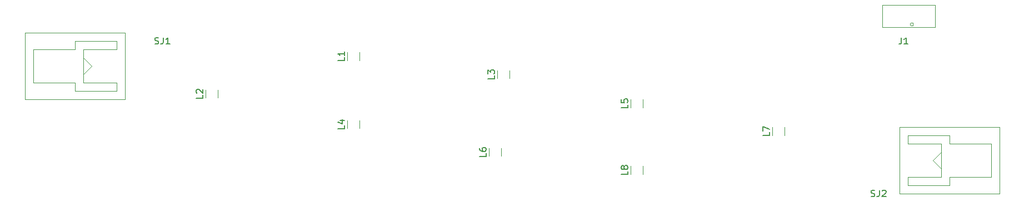
<source format=gbr>
G04 #@! TF.GenerationSoftware,KiCad,Pcbnew,5.1.2-f72e74a~84~ubuntu18.04.1*
G04 #@! TF.CreationDate,2019-07-26T13:12:55+02:00*
G04 #@! TF.ProjectId,filtre_calcule,66696c74-7265-45f6-9361-6c63756c652e,rev?*
G04 #@! TF.SameCoordinates,Original*
G04 #@! TF.FileFunction,Legend,Top*
G04 #@! TF.FilePolarity,Positive*
%FSLAX46Y46*%
G04 Gerber Fmt 4.6, Leading zero omitted, Abs format (unit mm)*
G04 Created by KiCad (PCBNEW 5.1.2-f72e74a~84~ubuntu18.04.1) date 2019-07-26 13:12:55*
%MOMM*%
%LPD*%
G04 APERTURE LIST*
%ADD10C,0.120000*%
%ADD11C,0.150000*%
G04 APERTURE END LIST*
D10*
X186305000Y-74295000D02*
G75*
G03X186305000Y-74295000I-250000J0D01*
G01*
X189625000Y-74725000D02*
X181525000Y-74725000D01*
X181525000Y-71325000D02*
X189625000Y-71325000D01*
X189625000Y-74725000D02*
X189625000Y-71325000D01*
X181525000Y-74725000D02*
X181525000Y-71325000D01*
X190500000Y-96310000D02*
X189230000Y-95040000D01*
X190500000Y-93770000D02*
X189230000Y-95040000D01*
X184150000Y-100120000D02*
X199390000Y-100120000D01*
X199390000Y-89960000D02*
X184150000Y-89960000D01*
X185420000Y-97580000D02*
X185420000Y-98850000D01*
X190500000Y-97580000D02*
X185420000Y-97580000D01*
X190500000Y-92500000D02*
X190500000Y-97580000D01*
X185420000Y-92500000D02*
X190500000Y-92500000D01*
X185420000Y-91230000D02*
X185420000Y-92500000D01*
X198120000Y-92500000D02*
X198120000Y-97580000D01*
X191770000Y-92500000D02*
X198120000Y-92500000D01*
X191770000Y-91230000D02*
X191770000Y-92500000D01*
X191770000Y-97580000D02*
X198120000Y-97580000D01*
X191770000Y-98850000D02*
X191770000Y-97580000D01*
X199390000Y-100120000D02*
X199390000Y-89960000D01*
X184150000Y-89960000D02*
X184150000Y-100120000D01*
X191770000Y-98850000D02*
X185420000Y-98850000D01*
X185420000Y-91230000D02*
X191770000Y-91230000D01*
X59770000Y-79375000D02*
X61040000Y-80645000D01*
X59770000Y-81915000D02*
X61040000Y-80645000D01*
X66120000Y-75565000D02*
X50880000Y-75565000D01*
X50880000Y-85725000D02*
X66120000Y-85725000D01*
X64850000Y-78105000D02*
X64850000Y-76835000D01*
X59770000Y-78105000D02*
X64850000Y-78105000D01*
X59770000Y-83185000D02*
X59770000Y-78105000D01*
X64850000Y-83185000D02*
X59770000Y-83185000D01*
X64850000Y-84455000D02*
X64850000Y-83185000D01*
X52150000Y-83185000D02*
X52150000Y-78105000D01*
X58500000Y-83185000D02*
X52150000Y-83185000D01*
X58500000Y-84455000D02*
X58500000Y-83185000D01*
X58500000Y-78105000D02*
X52150000Y-78105000D01*
X58500000Y-76835000D02*
X58500000Y-78105000D01*
X50880000Y-75565000D02*
X50880000Y-85725000D01*
X66120000Y-85725000D02*
X66120000Y-75565000D01*
X58500000Y-76835000D02*
X64850000Y-76835000D01*
X64850000Y-84455000D02*
X58500000Y-84455000D01*
X145055000Y-97122064D02*
X145055000Y-95917936D01*
X143235000Y-97122064D02*
X143235000Y-95917936D01*
X166645000Y-91189564D02*
X166645000Y-89985436D01*
X164825000Y-91189564D02*
X164825000Y-89985436D01*
X123465000Y-94364564D02*
X123465000Y-93160436D01*
X121645000Y-94364564D02*
X121645000Y-93160436D01*
X145055000Y-86962064D02*
X145055000Y-85757936D01*
X143235000Y-86962064D02*
X143235000Y-85757936D01*
X101875000Y-90137064D02*
X101875000Y-88932936D01*
X100055000Y-90137064D02*
X100055000Y-88932936D01*
X124735000Y-82517064D02*
X124735000Y-81312936D01*
X122915000Y-82517064D02*
X122915000Y-81312936D01*
X80285000Y-85474564D02*
X80285000Y-84270436D01*
X78465000Y-85474564D02*
X78465000Y-84270436D01*
X101875000Y-79759564D02*
X101875000Y-78555436D01*
X100055000Y-79759564D02*
X100055000Y-78555436D01*
D11*
X184451666Y-76287380D02*
X184451666Y-77001666D01*
X184404047Y-77144523D01*
X184308809Y-77239761D01*
X184165952Y-77287380D01*
X184070714Y-77287380D01*
X185451666Y-77287380D02*
X184880238Y-77287380D01*
X185165952Y-77287380D02*
X185165952Y-76287380D01*
X185070714Y-76430238D01*
X184975476Y-76525476D01*
X184880238Y-76573095D01*
X179832142Y-100524761D02*
X179975000Y-100572380D01*
X180213095Y-100572380D01*
X180308333Y-100524761D01*
X180355952Y-100477142D01*
X180403571Y-100381904D01*
X180403571Y-100286666D01*
X180355952Y-100191428D01*
X180308333Y-100143809D01*
X180213095Y-100096190D01*
X180022619Y-100048571D01*
X179927380Y-100000952D01*
X179879761Y-99953333D01*
X179832142Y-99858095D01*
X179832142Y-99762857D01*
X179879761Y-99667619D01*
X179927380Y-99620000D01*
X180022619Y-99572380D01*
X180260714Y-99572380D01*
X180403571Y-99620000D01*
X181117857Y-99572380D02*
X181117857Y-100286666D01*
X181070238Y-100429523D01*
X180975000Y-100524761D01*
X180832142Y-100572380D01*
X180736904Y-100572380D01*
X181546428Y-99667619D02*
X181594047Y-99620000D01*
X181689285Y-99572380D01*
X181927380Y-99572380D01*
X182022619Y-99620000D01*
X182070238Y-99667619D01*
X182117857Y-99762857D01*
X182117857Y-99858095D01*
X182070238Y-100000952D01*
X181498809Y-100572380D01*
X182117857Y-100572380D01*
X70692142Y-77239761D02*
X70835000Y-77287380D01*
X71073095Y-77287380D01*
X71168333Y-77239761D01*
X71215952Y-77192142D01*
X71263571Y-77096904D01*
X71263571Y-77001666D01*
X71215952Y-76906428D01*
X71168333Y-76858809D01*
X71073095Y-76811190D01*
X70882619Y-76763571D01*
X70787380Y-76715952D01*
X70739761Y-76668333D01*
X70692142Y-76573095D01*
X70692142Y-76477857D01*
X70739761Y-76382619D01*
X70787380Y-76335000D01*
X70882619Y-76287380D01*
X71120714Y-76287380D01*
X71263571Y-76335000D01*
X71977857Y-76287380D02*
X71977857Y-77001666D01*
X71930238Y-77144523D01*
X71835000Y-77239761D01*
X71692142Y-77287380D01*
X71596904Y-77287380D01*
X72977857Y-77287380D02*
X72406428Y-77287380D01*
X72692142Y-77287380D02*
X72692142Y-76287380D01*
X72596904Y-76430238D01*
X72501666Y-76525476D01*
X72406428Y-76573095D01*
X142777380Y-96686666D02*
X142777380Y-97162857D01*
X141777380Y-97162857D01*
X142205952Y-96210476D02*
X142158333Y-96305714D01*
X142110714Y-96353333D01*
X142015476Y-96400952D01*
X141967857Y-96400952D01*
X141872619Y-96353333D01*
X141825000Y-96305714D01*
X141777380Y-96210476D01*
X141777380Y-96020000D01*
X141825000Y-95924761D01*
X141872619Y-95877142D01*
X141967857Y-95829523D01*
X142015476Y-95829523D01*
X142110714Y-95877142D01*
X142158333Y-95924761D01*
X142205952Y-96020000D01*
X142205952Y-96210476D01*
X142253571Y-96305714D01*
X142301190Y-96353333D01*
X142396428Y-96400952D01*
X142586904Y-96400952D01*
X142682142Y-96353333D01*
X142729761Y-96305714D01*
X142777380Y-96210476D01*
X142777380Y-96020000D01*
X142729761Y-95924761D01*
X142682142Y-95877142D01*
X142586904Y-95829523D01*
X142396428Y-95829523D01*
X142301190Y-95877142D01*
X142253571Y-95924761D01*
X142205952Y-96020000D01*
X164367380Y-90754166D02*
X164367380Y-91230357D01*
X163367380Y-91230357D01*
X163367380Y-90516071D02*
X163367380Y-89849404D01*
X164367380Y-90277976D01*
X121187380Y-93929166D02*
X121187380Y-94405357D01*
X120187380Y-94405357D01*
X120187380Y-93167261D02*
X120187380Y-93357738D01*
X120235000Y-93452976D01*
X120282619Y-93500595D01*
X120425476Y-93595833D01*
X120615952Y-93643452D01*
X120996904Y-93643452D01*
X121092142Y-93595833D01*
X121139761Y-93548214D01*
X121187380Y-93452976D01*
X121187380Y-93262500D01*
X121139761Y-93167261D01*
X121092142Y-93119642D01*
X120996904Y-93072023D01*
X120758809Y-93072023D01*
X120663571Y-93119642D01*
X120615952Y-93167261D01*
X120568333Y-93262500D01*
X120568333Y-93452976D01*
X120615952Y-93548214D01*
X120663571Y-93595833D01*
X120758809Y-93643452D01*
X142777380Y-86526666D02*
X142777380Y-87002857D01*
X141777380Y-87002857D01*
X141777380Y-85717142D02*
X141777380Y-86193333D01*
X142253571Y-86240952D01*
X142205952Y-86193333D01*
X142158333Y-86098095D01*
X142158333Y-85860000D01*
X142205952Y-85764761D01*
X142253571Y-85717142D01*
X142348809Y-85669523D01*
X142586904Y-85669523D01*
X142682142Y-85717142D01*
X142729761Y-85764761D01*
X142777380Y-85860000D01*
X142777380Y-86098095D01*
X142729761Y-86193333D01*
X142682142Y-86240952D01*
X99597380Y-89701666D02*
X99597380Y-90177857D01*
X98597380Y-90177857D01*
X98930714Y-88939761D02*
X99597380Y-88939761D01*
X98549761Y-89177857D02*
X99264047Y-89415952D01*
X99264047Y-88796904D01*
X122457380Y-82081666D02*
X122457380Y-82557857D01*
X121457380Y-82557857D01*
X121457380Y-81843571D02*
X121457380Y-81224523D01*
X121838333Y-81557857D01*
X121838333Y-81415000D01*
X121885952Y-81319761D01*
X121933571Y-81272142D01*
X122028809Y-81224523D01*
X122266904Y-81224523D01*
X122362142Y-81272142D01*
X122409761Y-81319761D01*
X122457380Y-81415000D01*
X122457380Y-81700714D01*
X122409761Y-81795952D01*
X122362142Y-81843571D01*
X78007380Y-85039166D02*
X78007380Y-85515357D01*
X77007380Y-85515357D01*
X77102619Y-84753452D02*
X77055000Y-84705833D01*
X77007380Y-84610595D01*
X77007380Y-84372500D01*
X77055000Y-84277261D01*
X77102619Y-84229642D01*
X77197857Y-84182023D01*
X77293095Y-84182023D01*
X77435952Y-84229642D01*
X78007380Y-84801071D01*
X78007380Y-84182023D01*
X99597380Y-79324166D02*
X99597380Y-79800357D01*
X98597380Y-79800357D01*
X99597380Y-78467023D02*
X99597380Y-79038452D01*
X99597380Y-78752738D02*
X98597380Y-78752738D01*
X98740238Y-78847976D01*
X98835476Y-78943214D01*
X98883095Y-79038452D01*
M02*

</source>
